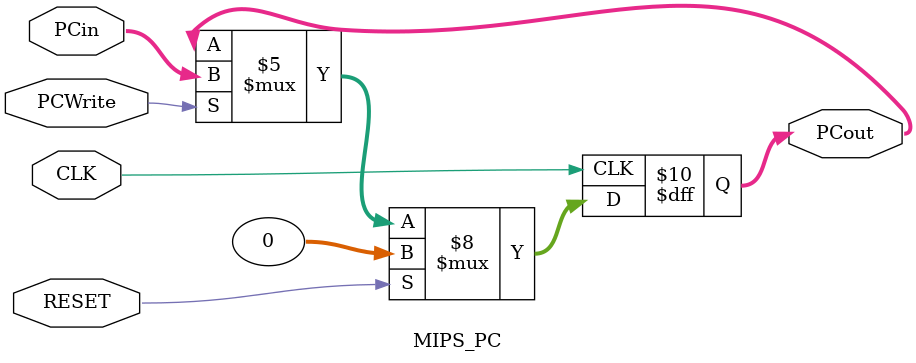
<source format=v>
`timescale 1ns / 1ps

// Revision: 
// Revision 0.01 - File Created
// Additional Comments: 
//////////////////////////////////////PC MODULE//////////////////////////////////////////////
module MIPS_PC(
	input   CLK,			//INPUT CLOCK
	input   RESET,			//INPUT RESET
	input	PCWrite,
	input 	[31:0] PCin,		//PC INPUT
	output	reg [31:0] PCout	//PC OUT
);
	
	always @(posedge CLK)
	begin 
		//ON RESET PC = 0
		if (RESET == 1'b1)
		begin
			PCout <= 32'b0; 
		end
		//IF PCWrite ==0 Stall the pipeline
		else if(PCWrite == 1'b0) begin
			PCout <= PCout;
		end
		//If PCWrite != 0 then PCout <- PCin
		else
		begin
			PCout <= PCin;
		end
	end

	
endmodule

</source>
